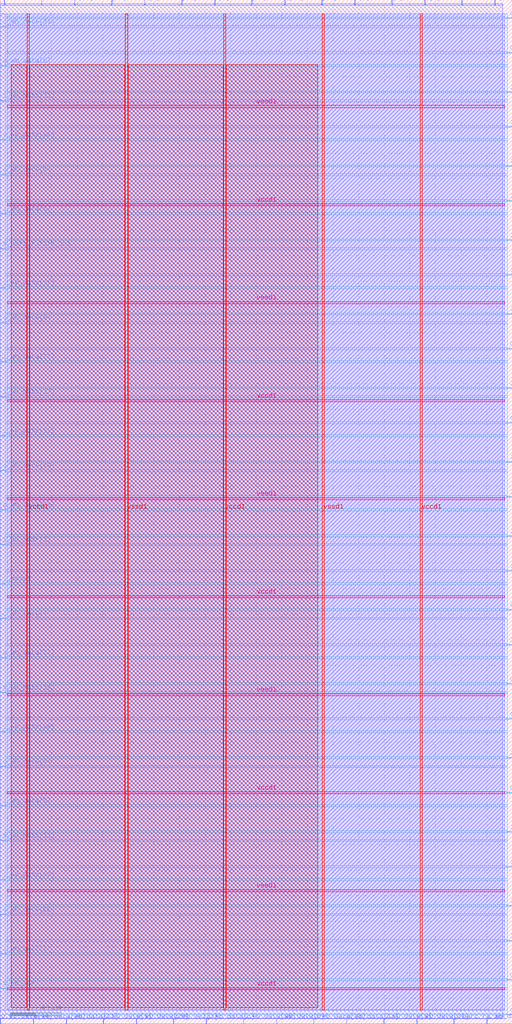
<source format=lef>
VERSION 5.7 ;
  NOWIREEXTENSIONATPIN ON ;
  DIVIDERCHAR "/" ;
  BUSBITCHARS "[]" ;
MACRO wbuart
  CLASS BLOCK ;
  FOREIGN wbuart ;
  ORIGIN 0.000 0.000 ;
  SIZE 400.000 BY 800.000 ;
  PIN i_clk
    DIRECTION INPUT ;
    USE SIGNAL ;
    PORT
      LAYER met3 ;
        RECT 396.000 554.240 400.000 554.840 ;
    END
  END i_clk
  PIN i_cts_n
    DIRECTION INPUT ;
    USE SIGNAL ;
    PORT
      LAYER met3 ;
        RECT 396.000 642.640 400.000 643.240 ;
    END
  END i_cts_n
  PIN i_reset
    DIRECTION INPUT ;
    USE SIGNAL ;
    PORT
      LAYER met3 ;
        RECT 0.000 343.440 4.000 344.040 ;
    END
  END i_reset
  PIN i_uart_rx
    DIRECTION INPUT ;
    USE SIGNAL ;
    PORT
      LAYER met2 ;
        RECT 331.750 796.000 332.030 800.000 ;
    END
  END i_uart_rx
  PIN i_wb_addr[0]
    DIRECTION INPUT ;
    USE SIGNAL ;
    PORT
      LAYER met3 ;
        RECT 396.000 727.640 400.000 728.240 ;
    END
  END i_wb_addr[0]
  PIN i_wb_addr[1]
    DIRECTION INPUT ;
    USE SIGNAL ;
    PORT
      LAYER met3 ;
        RECT 0.000 374.040 4.000 374.640 ;
    END
  END i_wb_addr[1]
  PIN i_wb_cyc
    DIRECTION INPUT ;
    USE SIGNAL ;
    PORT
      LAYER met3 ;
        RECT 396.000 700.440 400.000 701.040 ;
    END
  END i_wb_cyc
  PIN i_wb_data[0]
    DIRECTION INPUT ;
    USE SIGNAL ;
    PORT
      LAYER met2 ;
        RECT 87.030 796.000 87.310 800.000 ;
    END
  END i_wb_data[0]
  PIN i_wb_data[10]
    DIRECTION INPUT ;
    USE SIGNAL ;
    PORT
      LAYER met3 ;
        RECT 396.000 496.440 400.000 497.040 ;
    END
  END i_wb_data[10]
  PIN i_wb_data[11]
    DIRECTION INPUT ;
    USE SIGNAL ;
    PORT
      LAYER met2 ;
        RECT 51.610 0.000 51.890 4.000 ;
    END
  END i_wb_data[11]
  PIN i_wb_data[12]
    DIRECTION INPUT ;
    USE SIGNAL ;
    PORT
      LAYER met3 ;
        RECT 396.000 149.640 400.000 150.240 ;
    END
  END i_wb_data[12]
  PIN i_wb_data[13]
    DIRECTION INPUT ;
    USE SIGNAL ;
    PORT
      LAYER met3 ;
        RECT 396.000 122.440 400.000 123.040 ;
    END
  END i_wb_data[13]
  PIN i_wb_data[14]
    DIRECTION INPUT ;
    USE SIGNAL ;
    PORT
      LAYER met3 ;
        RECT 396.000 295.840 400.000 296.440 ;
    END
  END i_wb_data[14]
  PIN i_wb_data[15]
    DIRECTION INPUT ;
    USE SIGNAL ;
    PORT
      LAYER met3 ;
        RECT 0.000 574.640 4.000 575.240 ;
    END
  END i_wb_data[15]
  PIN i_wb_data[16]
    DIRECTION INPUT ;
    USE SIGNAL ;
    PORT
      LAYER met2 ;
        RECT 167.530 796.000 167.810 800.000 ;
    END
  END i_wb_data[16]
  PIN i_wb_data[17]
    DIRECTION INPUT ;
    USE SIGNAL ;
    PORT
      LAYER met2 ;
        RECT 112.790 796.000 113.070 800.000 ;
    END
  END i_wb_data[17]
  PIN i_wb_data[18]
    DIRECTION INPUT ;
    USE SIGNAL ;
    PORT
      LAYER met3 ;
        RECT 396.000 380.840 400.000 381.440 ;
    END
  END i_wb_data[18]
  PIN i_wb_data[19]
    DIRECTION INPUT ;
    USE SIGNAL ;
    PORT
      LAYER met3 ;
        RECT 0.000 459.040 4.000 459.640 ;
    END
  END i_wb_data[19]
  PIN i_wb_data[1]
    DIRECTION INPUT ;
    USE SIGNAL ;
    PORT
      LAYER met3 ;
        RECT 396.000 91.840 400.000 92.440 ;
    END
  END i_wb_data[1]
  PIN i_wb_data[20]
    DIRECTION INPUT ;
    USE SIGNAL ;
    PORT
      LAYER met2 ;
        RECT 222.270 796.000 222.550 800.000 ;
    END
  END i_wb_data[20]
  PIN i_wb_data[21]
    DIRECTION INPUT ;
    USE SIGNAL ;
    PORT
      LAYER met3 ;
        RECT 0.000 720.840 4.000 721.440 ;
    END
  END i_wb_data[21]
  PIN i_wb_data[22]
    DIRECTION INPUT ;
    USE SIGNAL ;
    PORT
      LAYER met3 ;
        RECT 0.000 516.840 4.000 517.440 ;
    END
  END i_wb_data[22]
  PIN i_wb_data[23]
    DIRECTION INPUT ;
    USE SIGNAL ;
    PORT
      LAYER met3 ;
        RECT 396.000 584.840 400.000 585.440 ;
    END
  END i_wb_data[23]
  PIN i_wb_data[24]
    DIRECTION INPUT ;
    USE SIGNAL ;
    PORT
      LAYER met3 ;
        RECT 396.000 612.040 400.000 612.640 ;
    END
  END i_wb_data[24]
  PIN i_wb_data[25]
    DIRECTION INPUT ;
    USE SIGNAL ;
    PORT
      LAYER met3 ;
        RECT 396.000 438.640 400.000 439.240 ;
    END
  END i_wb_data[25]
  PIN i_wb_data[26]
    DIRECTION INPUT ;
    USE SIGNAL ;
    PORT
      LAYER met3 ;
        RECT 396.000 207.440 400.000 208.040 ;
    END
  END i_wb_data[26]
  PIN i_wb_data[27]
    DIRECTION INPUT ;
    USE SIGNAL ;
    PORT
      LAYER met3 ;
        RECT 0.000 489.640 4.000 490.240 ;
    END
  END i_wb_data[27]
  PIN i_wb_data[28]
    DIRECTION INPUT ;
    USE SIGNAL ;
    PORT
      LAYER met3 ;
        RECT 0.000 227.840 4.000 228.440 ;
    END
  END i_wb_data[28]
  PIN i_wb_data[29]
    DIRECTION INPUT ;
    USE SIGNAL ;
    PORT
      LAYER met2 ;
        RECT 386.490 796.000 386.770 800.000 ;
    END
  END i_wb_data[29]
  PIN i_wb_data[2]
    DIRECTION INPUT ;
    USE SIGNAL ;
    PORT
      LAYER met3 ;
        RECT 396.000 411.440 400.000 412.040 ;
    END
  END i_wb_data[2]
  PIN i_wb_data[30]
    DIRECTION INPUT ;
    USE SIGNAL ;
    PORT
      LAYER met3 ;
        RECT 0.000 112.240 4.000 112.840 ;
    END
  END i_wb_data[30]
  PIN i_wb_data[31]
    DIRECTION INPUT ;
    USE SIGNAL ;
    PORT
      LAYER met3 ;
        RECT 0.000 778.640 4.000 779.240 ;
    END
  END i_wb_data[31]
  PIN i_wb_data[3]
    DIRECTION INPUT ;
    USE SIGNAL ;
    PORT
      LAYER met2 ;
        RECT 161.090 0.000 161.370 4.000 ;
    END
  END i_wb_data[3]
  PIN i_wb_data[4]
    DIRECTION INPUT ;
    USE SIGNAL ;
    PORT
      LAYER met2 ;
        RECT 251.250 796.000 251.530 800.000 ;
    END
  END i_wb_data[4]
  PIN i_wb_data[5]
    DIRECTION INPUT ;
    USE SIGNAL ;
    PORT
      LAYER met3 ;
        RECT 0.000 170.040 4.000 170.640 ;
    END
  END i_wb_data[5]
  PIN i_wb_data[6]
    DIRECTION INPUT ;
    USE SIGNAL ;
    PORT
      LAYER met3 ;
        RECT 0.000 632.440 4.000 633.040 ;
    END
  END i_wb_data[6]
  PIN i_wb_data[7]
    DIRECTION INPUT ;
    USE SIGNAL ;
    PORT
      LAYER met2 ;
        RECT 141.770 796.000 142.050 800.000 ;
    END
  END i_wb_data[7]
  PIN i_wb_data[8]
    DIRECTION INPUT ;
    USE SIGNAL ;
    PORT
      LAYER met2 ;
        RECT 215.830 0.000 216.110 4.000 ;
    END
  END i_wb_data[8]
  PIN i_wb_data[9]
    DIRECTION INPUT ;
    USE SIGNAL ;
    PORT
      LAYER met2 ;
        RECT 380.050 0.000 380.330 4.000 ;
    END
  END i_wb_data[9]
  PIN i_wb_sel[0]
    DIRECTION INPUT ;
    USE SIGNAL ;
    PORT
      LAYER met3 ;
        RECT 396.000 669.840 400.000 670.440 ;
    END
  END i_wb_sel[0]
  PIN i_wb_sel[1]
    DIRECTION INPUT ;
    USE SIGNAL ;
    PORT
      LAYER met3 ;
        RECT 0.000 316.240 4.000 316.840 ;
    END
  END i_wb_sel[1]
  PIN i_wb_sel[2]
    DIRECTION INPUT ;
    USE SIGNAL ;
    PORT
      LAYER met3 ;
        RECT 0.000 54.440 4.000 55.040 ;
    END
  END i_wb_sel[2]
  PIN i_wb_sel[3]
    DIRECTION INPUT ;
    USE SIGNAL ;
    PORT
      LAYER met2 ;
        RECT 135.330 0.000 135.610 4.000 ;
    END
  END i_wb_sel[3]
  PIN i_wb_stb
    DIRECTION INPUT ;
    USE SIGNAL ;
    PORT
      LAYER met3 ;
        RECT 396.000 64.640 400.000 65.240 ;
    END
  END i_wb_stb
  PIN i_wb_we
    DIRECTION INPUT ;
    USE SIGNAL ;
    PORT
      LAYER met3 ;
        RECT 396.000 353.640 400.000 354.240 ;
    END
  END i_wb_we
  PIN o_rts_n
    DIRECTION OUTPUT TRISTATE ;
    USE SIGNAL ;
    PORT
      LAYER met3 ;
        RECT 396.000 265.240 400.000 265.840 ;
    END
  END o_rts_n
  PIN o_uart_rx_int
    DIRECTION OUTPUT TRISTATE ;
    USE SIGNAL ;
    PORT
      LAYER met2 ;
        RECT 354.290 0.000 354.570 4.000 ;
    END
  END o_uart_rx_int
  PIN o_uart_rxfifo_int
    DIRECTION OUTPUT TRISTATE ;
    USE SIGNAL ;
    PORT
      LAYER met3 ;
        RECT 0.000 605.240 4.000 605.840 ;
    END
  END o_uart_rxfifo_int
  PIN o_uart_tx
    DIRECTION OUTPUT TRISTATE ;
    USE SIGNAL ;
    PORT
      LAYER met3 ;
        RECT 396.000 180.240 400.000 180.840 ;
    END
  END o_uart_tx
  PIN o_uart_tx_int
    DIRECTION OUTPUT TRISTATE ;
    USE SIGNAL ;
    PORT
      LAYER met2 ;
        RECT 3.310 796.000 3.590 800.000 ;
    END
  END o_uart_tx_int
  PIN o_uart_txfifo_int
    DIRECTION OUTPUT TRISTATE ;
    USE SIGNAL ;
    PORT
      LAYER met3 ;
        RECT 396.000 323.040 400.000 323.640 ;
    END
  END o_uart_txfifo_int
  PIN o_wb_ack
    DIRECTION OUTPUT TRISTATE ;
    USE SIGNAL ;
    PORT
      LAYER met3 ;
        RECT 0.000 27.240 4.000 27.840 ;
    END
  END o_wb_ack
  PIN o_wb_data[0]
    DIRECTION OUTPUT TRISTATE ;
    USE SIGNAL ;
    PORT
      LAYER met3 ;
        RECT 396.000 34.040 400.000 34.640 ;
    END
  END o_wb_data[0]
  PIN o_wb_data[10]
    DIRECTION OUTPUT TRISTATE ;
    USE SIGNAL ;
    PORT
      LAYER met3 ;
        RECT 0.000 401.240 4.000 401.840 ;
    END
  END o_wb_data[10]
  PIN o_wb_data[11]
    DIRECTION OUTPUT TRISTATE ;
    USE SIGNAL ;
    PORT
      LAYER met3 ;
        RECT 0.000 142.840 4.000 143.440 ;
    END
  END o_wb_data[11]
  PIN o_wb_data[12]
    DIRECTION OUTPUT TRISTATE ;
    USE SIGNAL ;
    PORT
      LAYER met2 ;
        RECT 58.050 796.000 58.330 800.000 ;
    END
  END o_wb_data[12]
  PIN o_wb_data[13]
    DIRECTION OUTPUT TRISTATE ;
    USE SIGNAL ;
    PORT
      LAYER met2 ;
        RECT 270.570 0.000 270.850 4.000 ;
    END
  END o_wb_data[13]
  PIN o_wb_data[14]
    DIRECTION OUTPUT TRISTATE ;
    USE SIGNAL ;
    PORT
      LAYER met2 ;
        RECT 0.090 0.000 0.370 4.000 ;
    END
  END o_wb_data[14]
  PIN o_wb_data[15]
    DIRECTION OUTPUT TRISTATE ;
    USE SIGNAL ;
    PORT
      LAYER met3 ;
        RECT 0.000 258.440 4.000 259.040 ;
    END
  END o_wb_data[15]
  PIN o_wb_data[16]
    DIRECTION OUTPUT TRISTATE ;
    USE SIGNAL ;
    PORT
      LAYER met2 ;
        RECT 32.290 796.000 32.570 800.000 ;
    END
  END o_wb_data[16]
  PIN o_wb_data[17]
    DIRECTION OUTPUT TRISTATE ;
    USE SIGNAL ;
    PORT
      LAYER met2 ;
        RECT 196.510 796.000 196.790 800.000 ;
    END
  END o_wb_data[17]
  PIN o_wb_data[18]
    DIRECTION OUTPUT TRISTATE ;
    USE SIGNAL ;
    PORT
      LAYER met2 ;
        RECT 360.730 796.000 361.010 800.000 ;
    END
  END o_wb_data[18]
  PIN o_wb_data[19]
    DIRECTION OUTPUT TRISTATE ;
    USE SIGNAL ;
    PORT
      LAYER met3 ;
        RECT 0.000 431.840 4.000 432.440 ;
    END
  END o_wb_data[19]
  PIN o_wb_data[1]
    DIRECTION OUTPUT TRISTATE ;
    USE SIGNAL ;
    PORT
      LAYER met2 ;
        RECT 80.590 0.000 80.870 4.000 ;
    END
  END o_wb_data[1]
  PIN o_wb_data[20]
    DIRECTION OUTPUT TRISTATE ;
    USE SIGNAL ;
    PORT
      LAYER met2 ;
        RECT 25.850 0.000 26.130 4.000 ;
    END
  END o_wb_data[20]
  PIN o_wb_data[21]
    DIRECTION OUTPUT TRISTATE ;
    USE SIGNAL ;
    PORT
      LAYER met3 ;
        RECT 396.000 785.440 400.000 786.040 ;
    END
  END o_wb_data[21]
  PIN o_wb_data[22]
    DIRECTION OUTPUT TRISTATE ;
    USE SIGNAL ;
    PORT
      LAYER met3 ;
        RECT 0.000 85.040 4.000 85.640 ;
    END
  END o_wb_data[22]
  PIN o_wb_data[23]
    DIRECTION OUTPUT TRISTATE ;
    USE SIGNAL ;
    PORT
      LAYER met2 ;
        RECT 244.810 0.000 245.090 4.000 ;
    END
  END o_wb_data[23]
  PIN o_wb_data[24]
    DIRECTION OUTPUT TRISTATE ;
    USE SIGNAL ;
    PORT
      LAYER met3 ;
        RECT 396.000 758.240 400.000 758.840 ;
    END
  END o_wb_data[24]
  PIN o_wb_data[25]
    DIRECTION OUTPUT TRISTATE ;
    USE SIGNAL ;
    PORT
      LAYER met3 ;
        RECT 396.000 238.040 400.000 238.640 ;
    END
  END o_wb_data[25]
  PIN o_wb_data[26]
    DIRECTION OUTPUT TRISTATE ;
    USE SIGNAL ;
    PORT
      LAYER met3 ;
        RECT 0.000 690.240 4.000 690.840 ;
    END
  END o_wb_data[26]
  PIN o_wb_data[27]
    DIRECTION OUTPUT TRISTATE ;
    USE SIGNAL ;
    PORT
      LAYER met3 ;
        RECT 0.000 285.640 4.000 286.240 ;
    END
  END o_wb_data[27]
  PIN o_wb_data[28]
    DIRECTION OUTPUT TRISTATE ;
    USE SIGNAL ;
    PORT
      LAYER met2 ;
        RECT 106.350 0.000 106.630 4.000 ;
    END
  END o_wb_data[28]
  PIN o_wb_data[29]
    DIRECTION OUTPUT TRISTATE ;
    USE SIGNAL ;
    PORT
      LAYER met2 ;
        RECT 190.070 0.000 190.350 4.000 ;
    END
  END o_wb_data[29]
  PIN o_wb_data[2]
    DIRECTION OUTPUT TRISTATE ;
    USE SIGNAL ;
    PORT
      LAYER met2 ;
        RECT 299.550 0.000 299.830 4.000 ;
    END
  END o_wb_data[2]
  PIN o_wb_data[30]
    DIRECTION OUTPUT TRISTATE ;
    USE SIGNAL ;
    PORT
      LAYER met3 ;
        RECT 396.000 527.040 400.000 527.640 ;
    END
  END o_wb_data[30]
  PIN o_wb_data[31]
    DIRECTION OUTPUT TRISTATE ;
    USE SIGNAL ;
    PORT
      LAYER met2 ;
        RECT 325.310 0.000 325.590 4.000 ;
    END
  END o_wb_data[31]
  PIN o_wb_data[3]
    DIRECTION OUTPUT TRISTATE ;
    USE SIGNAL ;
    PORT
      LAYER met2 ;
        RECT 305.990 796.000 306.270 800.000 ;
    END
  END o_wb_data[3]
  PIN o_wb_data[4]
    DIRECTION OUTPUT TRISTATE ;
    USE SIGNAL ;
    PORT
      LAYER met2 ;
        RECT 277.010 796.000 277.290 800.000 ;
    END
  END o_wb_data[4]
  PIN o_wb_data[5]
    DIRECTION OUTPUT TRISTATE ;
    USE SIGNAL ;
    PORT
      LAYER met3 ;
        RECT 0.000 663.040 4.000 663.640 ;
    END
  END o_wb_data[5]
  PIN o_wb_data[6]
    DIRECTION OUTPUT TRISTATE ;
    USE SIGNAL ;
    PORT
      LAYER met3 ;
        RECT 0.000 748.040 4.000 748.640 ;
    END
  END o_wb_data[6]
  PIN o_wb_data[7]
    DIRECTION OUTPUT TRISTATE ;
    USE SIGNAL ;
    PORT
      LAYER met3 ;
        RECT 396.000 6.840 400.000 7.440 ;
    END
  END o_wb_data[7]
  PIN o_wb_data[8]
    DIRECTION OUTPUT TRISTATE ;
    USE SIGNAL ;
    PORT
      LAYER met3 ;
        RECT 0.000 200.640 4.000 201.240 ;
    END
  END o_wb_data[8]
  PIN o_wb_data[9]
    DIRECTION OUTPUT TRISTATE ;
    USE SIGNAL ;
    PORT
      LAYER met3 ;
        RECT 0.000 547.440 4.000 548.040 ;
    END
  END o_wb_data[9]
  PIN o_wb_stall
    DIRECTION OUTPUT TRISTATE ;
    USE SIGNAL ;
    PORT
      LAYER met3 ;
        RECT 396.000 469.240 400.000 469.840 ;
    END
  END o_wb_stall
  PIN vccd1
    DIRECTION INPUT ;
    USE POWER ;
    PORT
      LAYER met5 ;
        RECT 5.520 26.490 394.220 28.090 ;
    END
    PORT
      LAYER met5 ;
        RECT 5.520 179.670 394.220 181.270 ;
    END
    PORT
      LAYER met5 ;
        RECT 5.520 332.850 394.220 334.450 ;
    END
    PORT
      LAYER met5 ;
        RECT 5.520 486.030 394.220 487.630 ;
    END
    PORT
      LAYER met5 ;
        RECT 5.520 639.210 394.220 640.810 ;
    END
    PORT
      LAYER met4 ;
        RECT 21.040 10.640 22.640 789.040 ;
    END
    PORT
      LAYER met4 ;
        RECT 174.640 10.640 176.240 789.040 ;
    END
    PORT
      LAYER met4 ;
        RECT 328.240 10.640 329.840 789.040 ;
    END
  END vccd1
  PIN vssd1
    DIRECTION INPUT ;
    USE GROUND ;
    PORT
      LAYER met5 ;
        RECT 5.520 103.080 394.220 104.680 ;
    END
    PORT
      LAYER met5 ;
        RECT 5.520 256.260 394.220 257.860 ;
    END
    PORT
      LAYER met5 ;
        RECT 5.520 409.440 394.220 411.040 ;
    END
    PORT
      LAYER met5 ;
        RECT 5.520 562.620 394.220 564.220 ;
    END
    PORT
      LAYER met5 ;
        RECT 5.520 715.800 394.220 717.400 ;
    END
    PORT
      LAYER met4 ;
        RECT 97.840 10.640 99.440 789.040 ;
    END
    PORT
      LAYER met4 ;
        RECT 251.440 10.640 253.040 789.040 ;
    END
  END vssd1
  OBS
      LAYER li1 ;
        RECT 5.520 10.795 394.220 788.885 ;
      LAYER met1 ;
        RECT 0.070 10.640 394.220 789.040 ;
      LAYER met2 ;
        RECT 0.100 795.720 3.030 796.690 ;
        RECT 3.870 795.720 32.010 796.690 ;
        RECT 32.850 795.720 57.770 796.690 ;
        RECT 58.610 795.720 86.750 796.690 ;
        RECT 87.590 795.720 112.510 796.690 ;
        RECT 113.350 795.720 141.490 796.690 ;
        RECT 142.330 795.720 167.250 796.690 ;
        RECT 168.090 795.720 196.230 796.690 ;
        RECT 197.070 795.720 221.990 796.690 ;
        RECT 222.830 795.720 250.970 796.690 ;
        RECT 251.810 795.720 276.730 796.690 ;
        RECT 277.570 795.720 305.710 796.690 ;
        RECT 306.550 795.720 331.470 796.690 ;
        RECT 332.310 795.720 360.450 796.690 ;
        RECT 361.290 795.720 386.210 796.690 ;
        RECT 387.050 795.720 392.750 796.690 ;
        RECT 0.100 4.280 392.750 795.720 ;
        RECT 0.650 4.000 25.570 4.280 ;
        RECT 26.410 4.000 51.330 4.280 ;
        RECT 52.170 4.000 80.310 4.280 ;
        RECT 81.150 4.000 106.070 4.280 ;
        RECT 106.910 4.000 135.050 4.280 ;
        RECT 135.890 4.000 160.810 4.280 ;
        RECT 161.650 4.000 189.790 4.280 ;
        RECT 190.630 4.000 215.550 4.280 ;
        RECT 216.390 4.000 244.530 4.280 ;
        RECT 245.370 4.000 270.290 4.280 ;
        RECT 271.130 4.000 299.270 4.280 ;
        RECT 300.110 4.000 325.030 4.280 ;
        RECT 325.870 4.000 354.010 4.280 ;
        RECT 354.850 4.000 379.770 4.280 ;
        RECT 380.610 4.000 392.750 4.280 ;
      LAYER met3 ;
        RECT 4.000 786.440 396.000 788.965 ;
        RECT 4.000 785.040 395.600 786.440 ;
        RECT 4.000 779.640 396.000 785.040 ;
        RECT 4.400 778.240 396.000 779.640 ;
        RECT 4.000 759.240 396.000 778.240 ;
        RECT 4.000 757.840 395.600 759.240 ;
        RECT 4.000 749.040 396.000 757.840 ;
        RECT 4.400 747.640 396.000 749.040 ;
        RECT 4.000 728.640 396.000 747.640 ;
        RECT 4.000 727.240 395.600 728.640 ;
        RECT 4.000 721.840 396.000 727.240 ;
        RECT 4.400 720.440 396.000 721.840 ;
        RECT 4.000 701.440 396.000 720.440 ;
        RECT 4.000 700.040 395.600 701.440 ;
        RECT 4.000 691.240 396.000 700.040 ;
        RECT 4.400 689.840 396.000 691.240 ;
        RECT 4.000 670.840 396.000 689.840 ;
        RECT 4.000 669.440 395.600 670.840 ;
        RECT 4.000 664.040 396.000 669.440 ;
        RECT 4.400 662.640 396.000 664.040 ;
        RECT 4.000 643.640 396.000 662.640 ;
        RECT 4.000 642.240 395.600 643.640 ;
        RECT 4.000 633.440 396.000 642.240 ;
        RECT 4.400 632.040 396.000 633.440 ;
        RECT 4.000 613.040 396.000 632.040 ;
        RECT 4.000 611.640 395.600 613.040 ;
        RECT 4.000 606.240 396.000 611.640 ;
        RECT 4.400 604.840 396.000 606.240 ;
        RECT 4.000 585.840 396.000 604.840 ;
        RECT 4.000 584.440 395.600 585.840 ;
        RECT 4.000 575.640 396.000 584.440 ;
        RECT 4.400 574.240 396.000 575.640 ;
        RECT 4.000 555.240 396.000 574.240 ;
        RECT 4.000 553.840 395.600 555.240 ;
        RECT 4.000 548.440 396.000 553.840 ;
        RECT 4.400 547.040 396.000 548.440 ;
        RECT 4.000 528.040 396.000 547.040 ;
        RECT 4.000 526.640 395.600 528.040 ;
        RECT 4.000 517.840 396.000 526.640 ;
        RECT 4.400 516.440 396.000 517.840 ;
        RECT 4.000 497.440 396.000 516.440 ;
        RECT 4.000 496.040 395.600 497.440 ;
        RECT 4.000 490.640 396.000 496.040 ;
        RECT 4.400 489.240 396.000 490.640 ;
        RECT 4.000 470.240 396.000 489.240 ;
        RECT 4.000 468.840 395.600 470.240 ;
        RECT 4.000 460.040 396.000 468.840 ;
        RECT 4.400 458.640 396.000 460.040 ;
        RECT 4.000 439.640 396.000 458.640 ;
        RECT 4.000 438.240 395.600 439.640 ;
        RECT 4.000 432.840 396.000 438.240 ;
        RECT 4.400 431.440 396.000 432.840 ;
        RECT 4.000 412.440 396.000 431.440 ;
        RECT 4.000 411.040 395.600 412.440 ;
        RECT 4.000 402.240 396.000 411.040 ;
        RECT 4.400 400.840 396.000 402.240 ;
        RECT 4.000 381.840 396.000 400.840 ;
        RECT 4.000 380.440 395.600 381.840 ;
        RECT 4.000 375.040 396.000 380.440 ;
        RECT 4.400 373.640 396.000 375.040 ;
        RECT 4.000 354.640 396.000 373.640 ;
        RECT 4.000 353.240 395.600 354.640 ;
        RECT 4.000 344.440 396.000 353.240 ;
        RECT 4.400 343.040 396.000 344.440 ;
        RECT 4.000 324.040 396.000 343.040 ;
        RECT 4.000 322.640 395.600 324.040 ;
        RECT 4.000 317.240 396.000 322.640 ;
        RECT 4.400 315.840 396.000 317.240 ;
        RECT 4.000 296.840 396.000 315.840 ;
        RECT 4.000 295.440 395.600 296.840 ;
        RECT 4.000 286.640 396.000 295.440 ;
        RECT 4.400 285.240 396.000 286.640 ;
        RECT 4.000 266.240 396.000 285.240 ;
        RECT 4.000 264.840 395.600 266.240 ;
        RECT 4.000 259.440 396.000 264.840 ;
        RECT 4.400 258.040 396.000 259.440 ;
        RECT 4.000 239.040 396.000 258.040 ;
        RECT 4.000 237.640 395.600 239.040 ;
        RECT 4.000 228.840 396.000 237.640 ;
        RECT 4.400 227.440 396.000 228.840 ;
        RECT 4.000 208.440 396.000 227.440 ;
        RECT 4.000 207.040 395.600 208.440 ;
        RECT 4.000 201.640 396.000 207.040 ;
        RECT 4.400 200.240 396.000 201.640 ;
        RECT 4.000 181.240 396.000 200.240 ;
        RECT 4.000 179.840 395.600 181.240 ;
        RECT 4.000 171.040 396.000 179.840 ;
        RECT 4.400 169.640 396.000 171.040 ;
        RECT 4.000 150.640 396.000 169.640 ;
        RECT 4.000 149.240 395.600 150.640 ;
        RECT 4.000 143.840 396.000 149.240 ;
        RECT 4.400 142.440 396.000 143.840 ;
        RECT 4.000 123.440 396.000 142.440 ;
        RECT 4.000 122.040 395.600 123.440 ;
        RECT 4.000 113.240 396.000 122.040 ;
        RECT 4.400 111.840 396.000 113.240 ;
        RECT 4.000 92.840 396.000 111.840 ;
        RECT 4.000 91.440 395.600 92.840 ;
        RECT 4.000 86.040 396.000 91.440 ;
        RECT 4.400 84.640 396.000 86.040 ;
        RECT 4.000 65.640 396.000 84.640 ;
        RECT 4.000 64.240 395.600 65.640 ;
        RECT 4.000 55.440 396.000 64.240 ;
        RECT 4.400 54.040 396.000 55.440 ;
        RECT 4.000 35.040 396.000 54.040 ;
        RECT 4.000 33.640 395.600 35.040 ;
        RECT 4.000 28.240 396.000 33.640 ;
        RECT 4.400 26.840 396.000 28.240 ;
        RECT 4.000 7.840 396.000 26.840 ;
        RECT 4.000 6.975 395.600 7.840 ;
      LAYER met4 ;
        RECT 8.575 12.415 20.640 749.185 ;
        RECT 23.040 12.415 97.440 749.185 ;
        RECT 99.840 12.415 174.240 749.185 ;
        RECT 176.640 12.415 248.090 749.185 ;
  END
END wbuart
END LIBRARY


</source>
